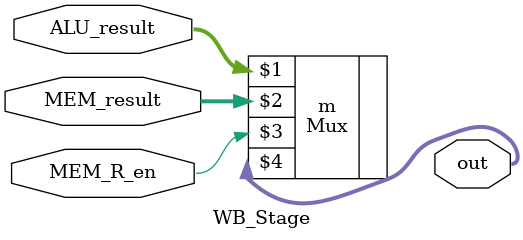
<source format=v>
module WB_Stage(input [31:0] ALU_result,MEM_result,
                input MEM_R_en,
                output [31:0] out);
  
  Mux #(32) m(ALU_result,MEM_result,MEM_R_en,out);
  
endmodule
</source>
